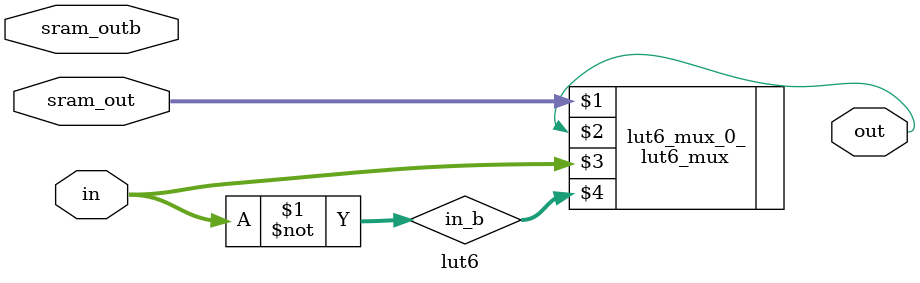
<source format=v>
 
`timescale 1ns / 1ps

//-----LUT module, verilog_model_name=lut6 -----
module lut6 (input wire [0:5] in,
output wire [0:0] out,
input wire [0:63] sram_out,
input wire [0:63] sram_outb
);
  wire [0:5] in_b;
  assign in_b = ~ in;
  lut6_mux lut6_mux_0_ ( sram_out, out, in, in_b);
endmodule
//-----END LUT module, verilog_model_name=lut6 -----


</source>
